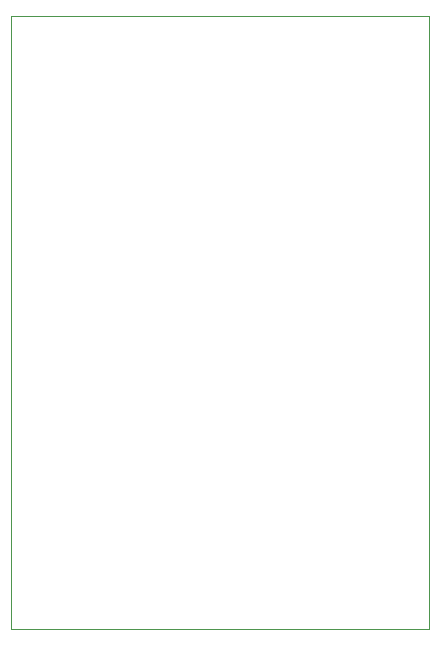
<source format=gbr>
G04 #@! TF.GenerationSoftware,KiCad,Pcbnew,(5.1.5-0-10_14)*
G04 #@! TF.CreationDate,2020-02-28T10:22:06-08:00*
G04 #@! TF.ProjectId,esp-prog,6573702d-7072-46f6-972e-6b696361645f,rev?*
G04 #@! TF.SameCoordinates,Original*
G04 #@! TF.FileFunction,Profile,NP*
%FSLAX46Y46*%
G04 Gerber Fmt 4.6, Leading zero omitted, Abs format (unit mm)*
G04 Created by KiCad (PCBNEW (5.1.5-0-10_14)) date 2020-02-28 10:22:06*
%MOMM*%
%LPD*%
G04 APERTURE LIST*
%ADD10C,0.050000*%
G04 APERTURE END LIST*
D10*
X62775000Y-21400000D02*
X27325000Y-21400000D01*
X62775000Y-73350000D02*
X62775000Y-21400000D01*
X27325000Y-73350000D02*
X62775000Y-73350000D01*
X27325000Y-21400000D02*
X27325000Y-73350000D01*
M02*

</source>
